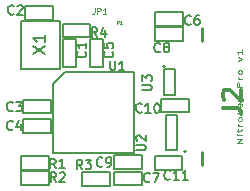
<source format=gto>
G04 (created by PCBNEW (22-Jun-2014 BZR 4027)-stable) date Mon 22 Dec 2014 18:07:12 CET*
%MOIN*%
G04 Gerber Fmt 3.4, Leading zero omitted, Abs format*
%FSLAX34Y34*%
G01*
G70*
G90*
G04 APERTURE LIST*
%ADD10C,0.00590551*%
%ADD11C,0.0039*%
%ADD12C,0.0059*%
%ADD13C,0.01*%
%ADD14C,0.006*%
%ADD15C,0.012*%
%ADD16C,0.0079*%
%ADD17C,0.0025*%
%ADD18C,0.00314961*%
G04 APERTURE END LIST*
G54D10*
G54D11*
X3263Y-1561D02*
X3106Y-1561D01*
X3263Y-1404D01*
X3106Y-1404D01*
X3263Y-1272D02*
X3158Y-1272D01*
X3106Y-1272D02*
X3114Y-1286D01*
X3121Y-1272D01*
X3114Y-1259D01*
X3106Y-1272D01*
X3121Y-1272D01*
X3158Y-1181D02*
X3158Y-1076D01*
X3106Y-1141D02*
X3241Y-1141D01*
X3256Y-1128D01*
X3263Y-1102D01*
X3263Y-1076D01*
X3263Y-984D02*
X3158Y-984D01*
X3188Y-984D02*
X3173Y-971D01*
X3166Y-958D01*
X3158Y-931D01*
X3158Y-905D01*
X3263Y-774D02*
X3256Y-800D01*
X3248Y-813D01*
X3233Y-826D01*
X3188Y-826D01*
X3173Y-813D01*
X3166Y-800D01*
X3158Y-774D01*
X3158Y-734D01*
X3166Y-708D01*
X3173Y-695D01*
X3188Y-682D01*
X3233Y-682D01*
X3248Y-695D01*
X3256Y-708D01*
X3263Y-734D01*
X3263Y-774D01*
X3263Y-564D02*
X3106Y-564D01*
X3203Y-538D02*
X3263Y-459D01*
X3158Y-459D02*
X3218Y-564D01*
X3256Y-236D02*
X3263Y-262D01*
X3263Y-314D01*
X3256Y-341D01*
X3241Y-354D01*
X3181Y-354D01*
X3166Y-341D01*
X3158Y-314D01*
X3158Y-262D01*
X3166Y-236D01*
X3181Y-223D01*
X3196Y-223D01*
X3211Y-354D01*
X3158Y-131D02*
X3263Y-65D01*
X3158Y0D02*
X3263Y-65D01*
X3300Y-91D01*
X3308Y-104D01*
X3315Y-131D01*
X3263Y314D02*
X3106Y314D01*
X3106Y419D01*
X3114Y446D01*
X3121Y459D01*
X3136Y472D01*
X3158Y472D01*
X3173Y459D01*
X3181Y446D01*
X3188Y419D01*
X3188Y314D01*
X3263Y590D02*
X3158Y590D01*
X3188Y590D02*
X3173Y603D01*
X3166Y616D01*
X3158Y643D01*
X3158Y669D01*
X3263Y800D02*
X3256Y774D01*
X3248Y761D01*
X3233Y748D01*
X3188Y748D01*
X3173Y761D01*
X3166Y774D01*
X3158Y800D01*
X3158Y839D01*
X3166Y866D01*
X3173Y879D01*
X3188Y892D01*
X3233Y892D01*
X3248Y879D01*
X3256Y866D01*
X3263Y839D01*
X3263Y800D01*
X3158Y1194D02*
X3263Y1259D01*
X3158Y1325D01*
X3263Y1574D02*
X3263Y1417D01*
X3263Y1496D02*
X3106Y1496D01*
X3128Y1469D01*
X3143Y1443D01*
X3151Y1417D01*
G54D12*
X-2618Y808D02*
X-3012Y414D01*
X-3012Y414D02*
X-3012Y-1870D01*
X-334Y808D02*
X-334Y-1870D01*
X-334Y-1870D02*
X-3012Y-1870D01*
X-2618Y808D02*
X-334Y808D01*
G54D13*
X1928Y1843D02*
X1928Y2276D01*
X1928Y-1856D02*
X1928Y-2289D01*
G54D12*
X738Y-1792D02*
X738Y-610D01*
X738Y-610D02*
X1112Y-610D01*
X1112Y-610D02*
X1112Y-1792D01*
X1112Y-1792D02*
X738Y-1792D01*
X1421Y-1830D02*
G75*
G03X1421Y-1830I-43J0D01*
G74*
G01*
X1053Y905D02*
X679Y905D01*
X1053Y39D02*
X679Y39D01*
X697Y1003D02*
G75*
G03X697Y1003I-35J0D01*
G74*
G01*
X1053Y905D02*
X1053Y39D01*
X679Y39D02*
X679Y905D01*
X-4105Y913D02*
X-4105Y2513D01*
X-4105Y2513D02*
X-2785Y2513D01*
X-2785Y2513D02*
X-2785Y913D01*
X-2785Y913D02*
X-4105Y913D01*
X-4026Y-109D02*
X-3100Y-109D01*
X-3100Y-109D02*
X-3100Y-561D01*
X-3100Y-561D02*
X-4026Y-561D01*
X-4026Y-561D02*
X-4026Y-109D01*
X-4085Y-2432D02*
X-4085Y-1980D01*
X-4085Y-1980D02*
X-3159Y-1980D01*
X-3159Y-1980D02*
X-3159Y-2432D01*
X-3159Y-2432D02*
X-4085Y-2432D01*
X-2254Y1918D02*
X-2254Y992D01*
X-2254Y992D02*
X-2706Y992D01*
X-2706Y992D02*
X-2706Y1918D01*
X-2706Y1918D02*
X-2254Y1918D01*
X-68Y-2411D02*
X-994Y-2411D01*
X-994Y-2411D02*
X-994Y-1959D01*
X-994Y-1959D02*
X-68Y-1959D01*
X-68Y-1959D02*
X-68Y-2411D01*
X374Y2805D02*
X1300Y2805D01*
X1300Y2805D02*
X1300Y2353D01*
X1300Y2353D02*
X374Y2353D01*
X374Y2353D02*
X374Y2805D01*
X-1348Y1918D02*
X-1348Y992D01*
X-1348Y992D02*
X-1800Y992D01*
X-1800Y992D02*
X-1800Y1918D01*
X-1800Y1918D02*
X-1348Y1918D01*
X-3100Y-1210D02*
X-4026Y-1210D01*
X-4026Y-1210D02*
X-4026Y-758D01*
X-4026Y-758D02*
X-3100Y-758D01*
X-3100Y-758D02*
X-3100Y-1210D01*
X-3021Y2569D02*
X-3947Y2569D01*
X-3947Y2569D02*
X-3947Y3021D01*
X-3947Y3021D02*
X-3021Y3021D01*
X-3021Y3021D02*
X-3021Y2569D01*
X-994Y-2510D02*
X-68Y-2510D01*
X-68Y-2510D02*
X-68Y-2962D01*
X-68Y-2962D02*
X-994Y-2962D01*
X-994Y-2962D02*
X-994Y-2510D01*
X364Y-1979D02*
X1290Y-1979D01*
X1290Y-1979D02*
X1290Y-2431D01*
X1290Y-2431D02*
X364Y-2431D01*
X364Y-2431D02*
X364Y-1979D01*
X374Y2313D02*
X1300Y2313D01*
X1300Y2313D02*
X1300Y1861D01*
X1300Y1861D02*
X374Y1861D01*
X374Y1861D02*
X374Y2313D01*
X1506Y-521D02*
X580Y-521D01*
X580Y-521D02*
X580Y-69D01*
X580Y-69D02*
X1506Y-69D01*
X1506Y-69D02*
X1506Y-521D01*
X-1117Y-2514D02*
X-1117Y-2966D01*
X-1117Y-2966D02*
X-2043Y-2966D01*
X-2043Y-2966D02*
X-2043Y-2514D01*
X-2043Y-2514D02*
X-1117Y-2514D01*
X-4085Y-2943D02*
X-4085Y-2491D01*
X-4085Y-2491D02*
X-3159Y-2491D01*
X-3159Y-2491D02*
X-3159Y-2943D01*
X-3159Y-2943D02*
X-4085Y-2943D01*
X-1781Y2429D02*
X-1781Y1977D01*
X-1781Y1977D02*
X-2707Y1977D01*
X-2707Y1977D02*
X-2707Y2429D01*
X-2707Y2429D02*
X-1781Y2429D01*
G54D14*
X-1118Y1188D02*
X-1118Y945D01*
X-1104Y917D01*
X-1090Y902D01*
X-1061Y888D01*
X-1004Y888D01*
X-975Y902D01*
X-961Y917D01*
X-947Y945D01*
X-947Y1188D01*
X-647Y888D02*
X-818Y888D01*
X-732Y888D02*
X-732Y1188D01*
X-761Y1145D01*
X-790Y1117D01*
X-818Y1102D01*
G54D15*
X2631Y-366D02*
X3060Y-366D01*
X3145Y-394D01*
X3203Y-452D01*
X3231Y-537D01*
X3231Y-594D01*
X2688Y-109D02*
X2660Y-80D01*
X2631Y-23D01*
X2631Y119D01*
X2660Y176D01*
X2688Y205D01*
X2745Y233D01*
X2803Y233D01*
X2888Y205D01*
X3231Y-137D01*
X3231Y233D01*
G54D12*
X-251Y-1789D02*
X3Y-1789D01*
X33Y-1774D01*
X48Y-1759D01*
X63Y-1729D01*
X63Y-1669D01*
X48Y-1639D01*
X33Y-1624D01*
X3Y-1609D01*
X-251Y-1609D01*
X-221Y-1474D02*
X-236Y-1459D01*
X-251Y-1429D01*
X-251Y-1354D01*
X-236Y-1324D01*
X-221Y-1309D01*
X-191Y-1294D01*
X-161Y-1294D01*
X-116Y-1309D01*
X63Y-1489D01*
X63Y-1294D01*
X-54Y219D02*
X200Y219D01*
X230Y234D01*
X245Y249D01*
X260Y279D01*
X260Y339D01*
X245Y369D01*
X230Y384D01*
X200Y399D01*
X-54Y399D01*
X-54Y519D02*
X-54Y714D01*
X65Y609D01*
X65Y654D01*
X80Y684D01*
X95Y699D01*
X125Y714D01*
X200Y714D01*
X230Y699D01*
X245Y684D01*
X260Y654D01*
X260Y564D01*
X245Y534D01*
X230Y519D01*
G54D16*
X-3684Y1431D02*
X-3290Y1693D01*
X-3684Y1693D02*
X-3290Y1431D01*
X-3290Y2050D02*
X-3290Y1825D01*
X-3290Y1937D02*
X-3684Y1937D01*
X-3628Y1900D01*
X-3590Y1862D01*
X-3571Y1825D01*
G54D12*
X-4368Y-465D02*
X-4383Y-480D01*
X-4428Y-495D01*
X-4458Y-495D01*
X-4503Y-480D01*
X-4533Y-450D01*
X-4548Y-420D01*
X-4563Y-360D01*
X-4563Y-315D01*
X-4548Y-255D01*
X-4533Y-225D01*
X-4503Y-195D01*
X-4458Y-180D01*
X-4428Y-180D01*
X-4383Y-195D01*
X-4368Y-210D01*
X-4263Y-180D02*
X-4068Y-180D01*
X-4173Y-300D01*
X-4128Y-300D01*
X-4098Y-315D01*
X-4083Y-330D01*
X-4068Y-360D01*
X-4068Y-435D01*
X-4083Y-465D01*
X-4098Y-480D01*
X-4128Y-495D01*
X-4218Y-495D01*
X-4248Y-480D01*
X-4263Y-465D01*
X-2930Y-2386D02*
X-3035Y-2236D01*
X-3110Y-2386D02*
X-3110Y-2071D01*
X-2990Y-2071D01*
X-2960Y-2086D01*
X-2945Y-2101D01*
X-2930Y-2131D01*
X-2930Y-2176D01*
X-2945Y-2206D01*
X-2960Y-2221D01*
X-2990Y-2236D01*
X-3110Y-2236D01*
X-2630Y-2386D02*
X-2810Y-2386D01*
X-2720Y-2386D02*
X-2720Y-2071D01*
X-2750Y-2116D01*
X-2780Y-2146D01*
X-2810Y-2161D01*
X-1949Y1500D02*
X-1934Y1485D01*
X-1919Y1440D01*
X-1919Y1410D01*
X-1934Y1365D01*
X-1964Y1335D01*
X-1994Y1320D01*
X-2054Y1305D01*
X-2099Y1305D01*
X-2159Y1320D01*
X-2189Y1335D01*
X-2219Y1365D01*
X-2234Y1410D01*
X-2234Y1440D01*
X-2219Y1485D01*
X-2204Y1500D01*
X-1919Y1800D02*
X-1919Y1620D01*
X-1919Y1710D02*
X-2234Y1710D01*
X-2189Y1680D01*
X-2159Y1650D01*
X-2144Y1620D01*
X198Y-2827D02*
X183Y-2842D01*
X138Y-2857D01*
X108Y-2857D01*
X63Y-2842D01*
X33Y-2812D01*
X18Y-2782D01*
X3Y-2722D01*
X3Y-2677D01*
X18Y-2617D01*
X33Y-2587D01*
X63Y-2557D01*
X108Y-2542D01*
X138Y-2542D01*
X183Y-2557D01*
X198Y-2572D01*
X303Y-2542D02*
X513Y-2542D01*
X378Y-2857D01*
X1561Y2420D02*
X1546Y2405D01*
X1501Y2390D01*
X1471Y2390D01*
X1426Y2405D01*
X1396Y2435D01*
X1381Y2465D01*
X1366Y2525D01*
X1366Y2570D01*
X1381Y2630D01*
X1396Y2660D01*
X1426Y2690D01*
X1471Y2705D01*
X1501Y2705D01*
X1546Y2690D01*
X1561Y2675D01*
X1831Y2705D02*
X1771Y2705D01*
X1741Y2690D01*
X1726Y2675D01*
X1696Y2630D01*
X1681Y2570D01*
X1681Y2450D01*
X1696Y2420D01*
X1711Y2405D01*
X1741Y2390D01*
X1801Y2390D01*
X1831Y2405D01*
X1846Y2420D01*
X1861Y2450D01*
X1861Y2525D01*
X1846Y2555D01*
X1831Y2570D01*
X1801Y2585D01*
X1741Y2585D01*
X1711Y2570D01*
X1696Y2555D01*
X1681Y2525D01*
X-1044Y1500D02*
X-1029Y1485D01*
X-1014Y1440D01*
X-1014Y1410D01*
X-1029Y1365D01*
X-1059Y1335D01*
X-1089Y1320D01*
X-1149Y1305D01*
X-1194Y1305D01*
X-1254Y1320D01*
X-1284Y1335D01*
X-1314Y1365D01*
X-1329Y1410D01*
X-1329Y1440D01*
X-1314Y1485D01*
X-1299Y1500D01*
X-1329Y1785D02*
X-1329Y1635D01*
X-1179Y1620D01*
X-1194Y1635D01*
X-1209Y1665D01*
X-1209Y1740D01*
X-1194Y1770D01*
X-1179Y1785D01*
X-1149Y1800D01*
X-1074Y1800D01*
X-1044Y1785D01*
X-1029Y1770D01*
X-1014Y1740D01*
X-1014Y1665D01*
X-1029Y1635D01*
X-1044Y1620D01*
X-4368Y-1095D02*
X-4383Y-1110D01*
X-4428Y-1125D01*
X-4458Y-1125D01*
X-4503Y-1110D01*
X-4533Y-1080D01*
X-4548Y-1050D01*
X-4563Y-990D01*
X-4563Y-945D01*
X-4548Y-885D01*
X-4533Y-855D01*
X-4503Y-825D01*
X-4458Y-810D01*
X-4428Y-810D01*
X-4383Y-825D01*
X-4368Y-840D01*
X-4098Y-915D02*
X-4098Y-1125D01*
X-4173Y-795D02*
X-4248Y-1020D01*
X-4053Y-1020D01*
X-4328Y2763D02*
X-4343Y2748D01*
X-4388Y2733D01*
X-4418Y2733D01*
X-4463Y2748D01*
X-4493Y2778D01*
X-4508Y2808D01*
X-4523Y2868D01*
X-4523Y2913D01*
X-4508Y2973D01*
X-4493Y3003D01*
X-4463Y3033D01*
X-4418Y3048D01*
X-4388Y3048D01*
X-4343Y3033D01*
X-4328Y3018D01*
X-4208Y3018D02*
X-4193Y3033D01*
X-4163Y3048D01*
X-4088Y3048D01*
X-4058Y3033D01*
X-4043Y3018D01*
X-4028Y2988D01*
X-4028Y2958D01*
X-4043Y2913D01*
X-4223Y2733D01*
X-4028Y2733D01*
X-1375Y-2315D02*
X-1390Y-2330D01*
X-1435Y-2345D01*
X-1465Y-2345D01*
X-1510Y-2330D01*
X-1540Y-2300D01*
X-1555Y-2270D01*
X-1570Y-2210D01*
X-1570Y-2165D01*
X-1555Y-2105D01*
X-1540Y-2075D01*
X-1510Y-2045D01*
X-1465Y-2030D01*
X-1435Y-2030D01*
X-1390Y-2045D01*
X-1375Y-2060D01*
X-1225Y-2345D02*
X-1165Y-2345D01*
X-1135Y-2330D01*
X-1120Y-2315D01*
X-1090Y-2270D01*
X-1075Y-2210D01*
X-1075Y-2090D01*
X-1090Y-2060D01*
X-1105Y-2045D01*
X-1135Y-2030D01*
X-1195Y-2030D01*
X-1225Y-2045D01*
X-1240Y-2060D01*
X-1255Y-2090D01*
X-1255Y-2165D01*
X-1240Y-2195D01*
X-1225Y-2210D01*
X-1195Y-2225D01*
X-1135Y-2225D01*
X-1105Y-2210D01*
X-1090Y-2195D01*
X-1075Y-2165D01*
X875Y-2748D02*
X860Y-2763D01*
X815Y-2778D01*
X785Y-2778D01*
X740Y-2763D01*
X710Y-2733D01*
X695Y-2703D01*
X680Y-2643D01*
X680Y-2598D01*
X695Y-2538D01*
X710Y-2508D01*
X740Y-2478D01*
X785Y-2463D01*
X815Y-2463D01*
X860Y-2478D01*
X875Y-2493D01*
X1175Y-2778D02*
X995Y-2778D01*
X1085Y-2778D02*
X1085Y-2463D01*
X1055Y-2508D01*
X1025Y-2538D01*
X995Y-2553D01*
X1475Y-2778D02*
X1295Y-2778D01*
X1385Y-2778D02*
X1385Y-2463D01*
X1355Y-2508D01*
X1325Y-2538D01*
X1295Y-2553D01*
X553Y1503D02*
X538Y1488D01*
X493Y1473D01*
X463Y1473D01*
X418Y1488D01*
X388Y1518D01*
X373Y1548D01*
X358Y1608D01*
X358Y1653D01*
X373Y1713D01*
X388Y1743D01*
X418Y1773D01*
X463Y1788D01*
X493Y1788D01*
X538Y1773D01*
X553Y1758D01*
X733Y1653D02*
X703Y1668D01*
X688Y1683D01*
X673Y1713D01*
X673Y1728D01*
X688Y1758D01*
X703Y1773D01*
X733Y1788D01*
X793Y1788D01*
X823Y1773D01*
X838Y1758D01*
X853Y1728D01*
X853Y1713D01*
X838Y1683D01*
X823Y1668D01*
X793Y1653D01*
X733Y1653D01*
X703Y1638D01*
X688Y1623D01*
X673Y1593D01*
X673Y1533D01*
X688Y1503D01*
X703Y1488D01*
X733Y1473D01*
X793Y1473D01*
X823Y1488D01*
X838Y1503D01*
X853Y1533D01*
X853Y1593D01*
X838Y1623D01*
X823Y1638D01*
X793Y1653D01*
X-69Y-504D02*
X-84Y-519D01*
X-129Y-534D01*
X-159Y-534D01*
X-204Y-519D01*
X-234Y-489D01*
X-249Y-459D01*
X-264Y-399D01*
X-264Y-354D01*
X-249Y-294D01*
X-234Y-264D01*
X-204Y-234D01*
X-159Y-219D01*
X-129Y-219D01*
X-84Y-234D01*
X-69Y-249D01*
X230Y-534D02*
X50Y-534D01*
X140Y-534D02*
X140Y-219D01*
X110Y-264D01*
X80Y-294D01*
X50Y-309D01*
X425Y-219D02*
X455Y-219D01*
X485Y-234D01*
X500Y-249D01*
X515Y-279D01*
X530Y-339D01*
X530Y-414D01*
X515Y-474D01*
X500Y-504D01*
X485Y-519D01*
X455Y-534D01*
X425Y-534D01*
X395Y-519D01*
X380Y-504D01*
X365Y-474D01*
X350Y-414D01*
X350Y-339D01*
X365Y-279D01*
X380Y-249D01*
X395Y-234D01*
X425Y-219D01*
X-2045Y-2424D02*
X-2150Y-2274D01*
X-2225Y-2424D02*
X-2225Y-2109D01*
X-2105Y-2109D01*
X-2075Y-2124D01*
X-2060Y-2139D01*
X-2045Y-2169D01*
X-2045Y-2214D01*
X-2060Y-2244D01*
X-2075Y-2259D01*
X-2105Y-2274D01*
X-2225Y-2274D01*
X-1940Y-2109D02*
X-1745Y-2109D01*
X-1850Y-2229D01*
X-1805Y-2229D01*
X-1775Y-2244D01*
X-1760Y-2259D01*
X-1745Y-2289D01*
X-1745Y-2364D01*
X-1760Y-2394D01*
X-1775Y-2409D01*
X-1805Y-2424D01*
X-1895Y-2424D01*
X-1925Y-2409D01*
X-1940Y-2394D01*
G54D17*
X-880Y2418D02*
X-880Y2518D01*
X-842Y2518D01*
X-833Y2514D01*
X-828Y2509D01*
X-823Y2499D01*
X-823Y2485D01*
X-828Y2475D01*
X-833Y2471D01*
X-842Y2466D01*
X-880Y2466D01*
X-728Y2418D02*
X-785Y2418D01*
X-757Y2418D02*
X-757Y2518D01*
X-766Y2504D01*
X-776Y2494D01*
X-785Y2490D01*
G54D12*
X-2926Y-2845D02*
X-3031Y-2695D01*
X-3106Y-2845D02*
X-3106Y-2530D01*
X-2986Y-2530D01*
X-2956Y-2545D01*
X-2941Y-2560D01*
X-2926Y-2590D01*
X-2926Y-2635D01*
X-2941Y-2665D01*
X-2956Y-2680D01*
X-2986Y-2695D01*
X-3106Y-2695D01*
X-2806Y-2560D02*
X-2791Y-2545D01*
X-2761Y-2530D01*
X-2686Y-2530D01*
X-2656Y-2545D01*
X-2641Y-2560D01*
X-2626Y-2590D01*
X-2626Y-2620D01*
X-2641Y-2665D01*
X-2821Y-2845D01*
X-2626Y-2845D01*
G54D18*
X-1640Y2950D02*
X-1640Y2809D01*
X-1649Y2781D01*
X-1668Y2762D01*
X-1696Y2753D01*
X-1715Y2753D01*
X-1546Y2753D02*
X-1546Y2950D01*
X-1471Y2950D01*
X-1452Y2941D01*
X-1443Y2931D01*
X-1434Y2912D01*
X-1434Y2884D01*
X-1443Y2866D01*
X-1452Y2856D01*
X-1471Y2847D01*
X-1546Y2847D01*
X-1246Y2753D02*
X-1359Y2753D01*
X-1302Y2753D02*
X-1302Y2950D01*
X-1321Y2922D01*
X-1340Y2903D01*
X-1359Y2894D01*
G54D12*
X-1548Y1997D02*
X-1653Y2147D01*
X-1728Y1997D02*
X-1728Y2312D01*
X-1608Y2312D01*
X-1578Y2297D01*
X-1563Y2282D01*
X-1548Y2252D01*
X-1548Y2207D01*
X-1563Y2177D01*
X-1578Y2162D01*
X-1608Y2147D01*
X-1728Y2147D01*
X-1278Y2207D02*
X-1278Y1997D01*
X-1353Y2327D02*
X-1428Y2102D01*
X-1233Y2102D01*
M02*

</source>
